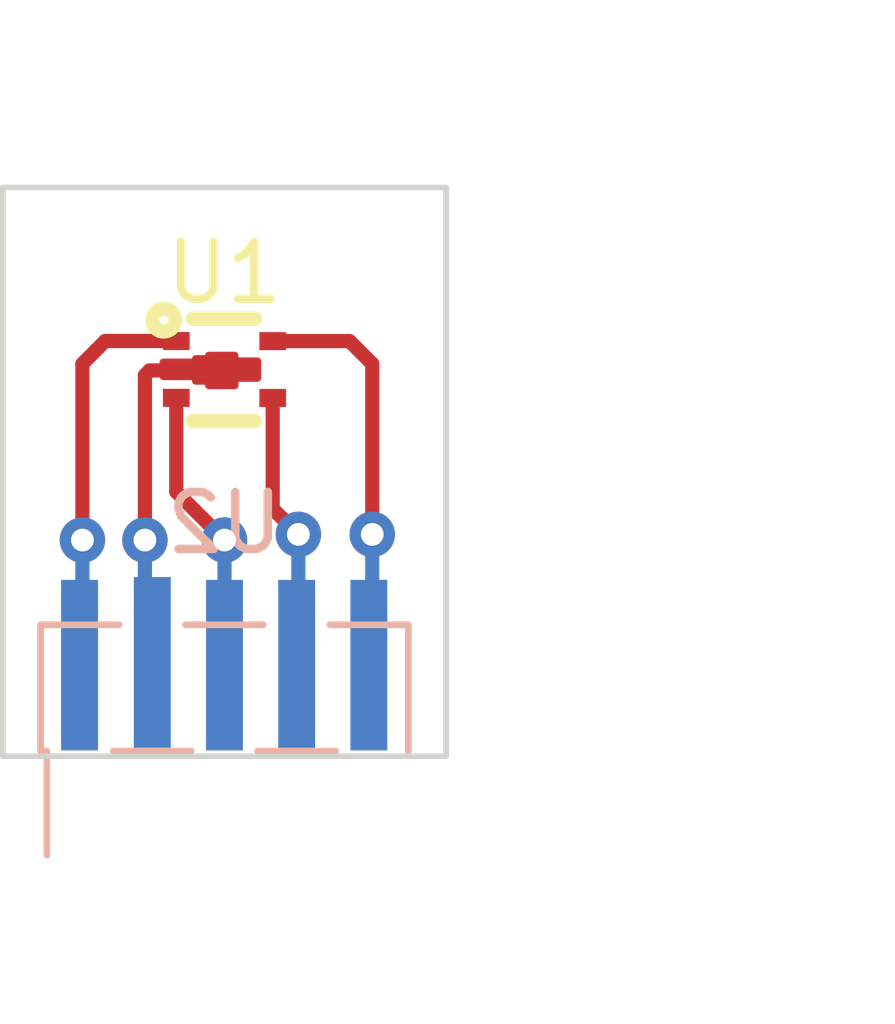
<source format=kicad_pcb>
(kicad_pcb (version 20221232) (generator pcbnew)
  (layers (0 "F.Cu" signal) (31 "B.Cu" signal) (34 "B.Paste" user) (35 "F.Paste" user) (36 "B.SilkS" user "B.Silkscreen") (37 "F.SilkS" user "F.Silkscreen") (38 "B.Mask" user) (39 "F.Mask" user) (44 "Edge.Cuts" user))
  (net 0 "")
  (net 1 "Net-(U1-IOUT)")
  (net 2 "Net-(U1-GC2)")
  (net 3 "Net-(U1-GC1)")
  (net 4 "Net-(U1-GND)")
  (net 5 "VCC")
  (footprint "FP:WSOF-5_L1.6-W1.2-P0.50-TL" (layer "F.Cu") (at 123.9 91.2)
    (fp_text reference "U1" (at -1.1 -1.7) (layer "F.SilkS") (effects (justify left)))
    (fp_text value "BH1620FVC-TR")
    (fp_line (start -0.563 0.907) (end 0.537 0.907) (stroke (width 0.254)) (layer "F.SilkS"))
    (fp_line (start 0.537 -0.893) (end -0.563 -0.893) (stroke (width 0.254)) (layer "F.SilkS"))
    (fp_circle (center -1.07 -0.87) (end -0.997 -0.87) (stroke (width 0.254)) (fill none) (layer "F.SilkS"))
    (pad "1" smd rect locked (at -0.848 -0.501 90) (size 0.318 0.47) (layers "F.Cu" "F.Paste" "F.Mask") (net 5 "VCC"))
    (pad "2" smd custom locked (at -0.248 0.017 270) (size 0.102 0.102) (layers "F.Cu" "F.Paste" "F.Mask") (net 4 "Net-(U1-GND)") (options (clearance outline) (anchor circle)) (primitives (gr_poly (pts (xy 0.14 -0.435) (xy 0.27 -0.435) (xy 0.27 0.035) (xy 0.19 0.035) (xy 0.19 0.265) (xy 0.11 0.265) (xy 0.11 0.835) (xy -0.15 0.835) (xy -0.15 0.265) (xy -0.21 0.265) (xy -0.21 0.035) (xy -0.27 0.035) (xy -0.27 -0.435) (xy -0.17 -0.435) (xy -0.17 -0.835) (xy 0.14 -0.835)) (width 0.12) (fill yes))))
    (pad "3" smd rect locked (at -0.848 0.499 90) (size 0.318 0.47) (layers "F.Cu" "F.Paste" "F.Mask") (net 3 "Net-(U1-GC1)"))
    (pad "4" smd rect locked (at 0.848 0.501 90) (size 0.318 0.47) (layers "F.Cu" "F.Paste" "F.Mask") (net 2 "Net-(U1-GC2)"))
    (pad "5" smd rect locked (at 0.848 -0.499 90) (size 0.318 0.47) (layers "F.Cu" "F.Paste" "F.Mask") (net 1 "Net-(U1-IOUT)"))
  )
  (footprint "FP:PinHeader_1x05_P1.27mm_Vertical_SMD_Pin1Right" (layer "B.Cu") (at 123.9 96.8 -90)
    (fp_text reference "U2" (at -2.9 0 180) (layer "B.SilkS") (effects (justify mirror)))
    (fp_text value "BH1620FVC-TR")
    (fp_line (start -1.11 -3.235) (end 1.11 -3.235) (stroke (width 0.12)) (layer "B.SilkS"))
    (fp_line (start -1.11 -3.125) (end -1.11 -3.235) (stroke (width 0.12)) (layer "B.SilkS"))
    (fp_line (start -1.11 -1.855) (end -1.11 -3.225) (stroke (width 0.12)) (layer "B.SilkS"))
    (fp_line (start -1.11 0.685) (end -1.11 -0.685) (stroke (width 0.12)) (layer "B.SilkS"))
    (fp_line (start -1.11 3.225) (end -1.11 1.855) (stroke (width 0.12)) (layer "B.SilkS"))
    (fp_line (start -1.11 3.235) (end 1.11 3.235) (stroke (width 0.12)) (layer "B.SilkS"))
    (fp_line (start 1.11 -0.585) (end 1.11 -1.955) (stroke (width 0.12)) (layer "B.SilkS"))
    (fp_line (start 1.11 1.955) (end 1.11 0.585) (stroke (width 0.12)) (layer "B.SilkS"))
    (fp_line (start 1.11 3.125) (end 2.94 3.125) (stroke (width 0.12)) (layer "B.SilkS"))
    (fp_line (start 1.11 3.235) (end 1.11 3.125) (stroke (width 0.12)) (layer "B.SilkS"))
    (pad "1" smd rect (at -0.4 2.55 270) (size 3 0.65) (layers "B.Cu" "B.Paste" "B.Mask") (net 5 "VCC"))
    (pad "2" smd rect (at -0.45 1.27 270) (size 3 0.65) (layers "B.Cu" "B.Paste" "B.Mask") (net 4 "Net-(U1-GND)"))
    (pad "3" smd rect (at -0.4 0 270) (size 3 0.65) (layers "B.Cu" "B.Paste" "B.Mask") (net 3 "Net-(U1-GC1)"))
    (pad "4" smd rect (at -0.4 -1.27 270) (size 3 0.65) (layers "B.Cu" "B.Paste" "B.Mask") (net 2 "Net-(U1-GC2)"))
    (pad "5" smd rect (at -0.4 -2.54 270) (size 3 0.65) (layers "B.Cu" "B.Paste" "B.Mask") (net 1 "Net-(U1-IOUT)"))
  )
  (gr_line (start 120 98) (end 127.8 98) (stroke (width 0.1)) (layer "Edge.Cuts"))
  (gr_line (start 127.8 98) (end 127.8 88) (stroke (width 0.1)) (layer "Edge.Cuts"))
  (gr_line (start 127.8 88) (end 120 88) (stroke (width 0.1)) (layer "Edge.Cuts"))
  (gr_line (start 120 88) (end 120 98) (stroke (width 0.1)) (layer "Edge.Cuts"))
  (segment (start 126.5 91.1) (end 126.5 94.1) (width 0.25) (layer "F.Cu") (net 1))
  (segment (start 126.101 90.701) (end 126.5 91.1) (width 0.25) (layer "F.Cu") (net 1))
  (segment (start 124.748 90.701) (end 126.101 90.701) (width 0.25) (layer "F.Cu") (net 1))
  (via (at 126.5 94.1) (size 0.8) (drill 0.4) (layers "F.Cu" "B.Cu") (net 1))
  (segment (start 126.5 94.1) (end 126.5 96.34) (width 0.25) (layer "B.Cu") (net 1))
  (segment (start 126.5 96.34) (end 126.44 96.4) (width 0.25) (layer "B.Cu") (net 1))
  (segment (start 124.748 91.701) (end 124.748 93.648) (width 0.25) (layer "F.Cu") (net 2))
  (segment (start 124.748 93.648) (end 125.2 94.1) (width 0.25) (layer "F.Cu") (net 2))
  (via (at 125.2 94.1) (size 0.8) (drill 0.4) (layers "F.Cu" "B.Cu") (net 2))
  (segment (start 125.2 96.37) (end 125.17 96.4) (width 0.25) (layer "B.Cu") (net 2))
  (segment (start 125.2 94.1) (end 125.2 96.37) (width 0.25) (layer "B.Cu") (net 2))
  (segment (start 123.052 93.352) (end 123.9 94.2) (width 0.25) (layer "F.Cu") (net 3))
  (segment (start 123.052 91.699) (end 123.052 93.352) (width 0.25) (layer "F.Cu") (net 3))
  (via (at 123.9 94.2) (size 0.8) (drill 0.4) (layers "F.Cu" "B.Cu") (net 3))
  (segment (start 123.9 94.2) (end 123.9 96.4) (width 0.25) (layer "B.Cu") (net 3))
  (segment (start 122.583 91.217) (end 123.652 91.217) (width 0.25) (layer "F.Cu") (net 4))
  (segment (start 122.5 91.3) (end 122.583 91.217) (width 0.25) (layer "F.Cu") (net 4))
  (segment (start 122.5 94.2) (end 122.5 91.3) (width 0.25) (layer "F.Cu") (net 4))
  (via (at 122.5 94.2) (size 0.8) (drill 0.4) (layers "F.Cu" "B.Cu") (net 4))
  (segment (start 122.5 94.2) (end 122.5 96.22) (width 0.25) (layer "B.Cu") (net 4))
  (segment (start 122.5 96.22) (end 122.63 96.35) (width 0.25) (layer "B.Cu") (net 4))
  (segment (start 121.801 90.699) (end 121.4 91.1) (width 0.25) (layer "F.Cu") (net 5))
  (segment (start 123.052 90.699) (end 121.801 90.699) (width 0.25) (layer "F.Cu") (net 5))
  (segment (start 121.4 91.1) (end 121.4 94.2) (width 0.25) (layer "F.Cu") (net 5))
  (via (at 121.4 94.2) (size 0.8) (drill 0.4) (layers "F.Cu" "B.Cu") (net 5))
  (segment (start 121.4 96.35) (end 121.35 96.4) (width 0.25) (layer "B.Cu") (net 5))
  (segment (start 121.4 94.2) (end 121.4 96.35) (width 0.25) (layer "B.Cu") (net 5))
)
</source>
